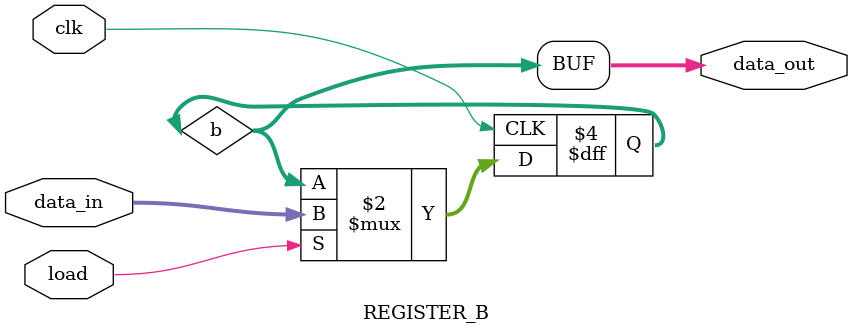
<source format=sv>
module REGISTER_B (
    input logic clk,
    input logic load,
    input logic [7:0] data_in,
    output logic [7:0] data_out
);

    logic [7:0] b; // Changed from `reg b` to `logic [7:0] b`

    always_ff @(posedge clk) begin
        if (load) begin
            b <= data_in; 
        end
    end

    assign data_out = b;  

endmodule

</source>
